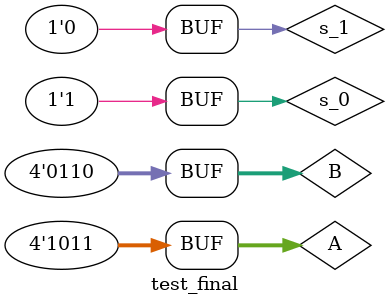
<source format=v>
`timescale 1ns / 1ps


module test_final;

	// Inputs
	reg [3:0] A;
	reg [3:0] B;
	reg s_0;
	reg s_1;

	// Outputs
	wire [3:0] outsum;
	wire C_out;

	// Instantiate the Unit Under Test (UUT)
	myALU uut (
		.A(A), 
		.B(B), 
		.s_0(s_0), 
		.s_1(s_1), 
		.outsum(outsum), 
		.C_out(C_out)
	);

	initial begin
		// Initialize Inputs
		A = 7;
		B = 3;
		s_0 = 0;
		s_1 = 0;

		// Wait 100 ns for global reset to finish
		#50;
        
		// Add stimulus here
		A = 0;
		B = 6;
		s_0 = 1;
		s_1 = 1;
		#50;
		
		
		A = 4;
		B = 7;
		s_0 = 0;
		s_1 = 1;
		#50;
		
		
	   A = 11;
		B = 6;
		s_0 = 1;
		s_1 = 0;
		#50;
	end
      
endmodule


</source>
